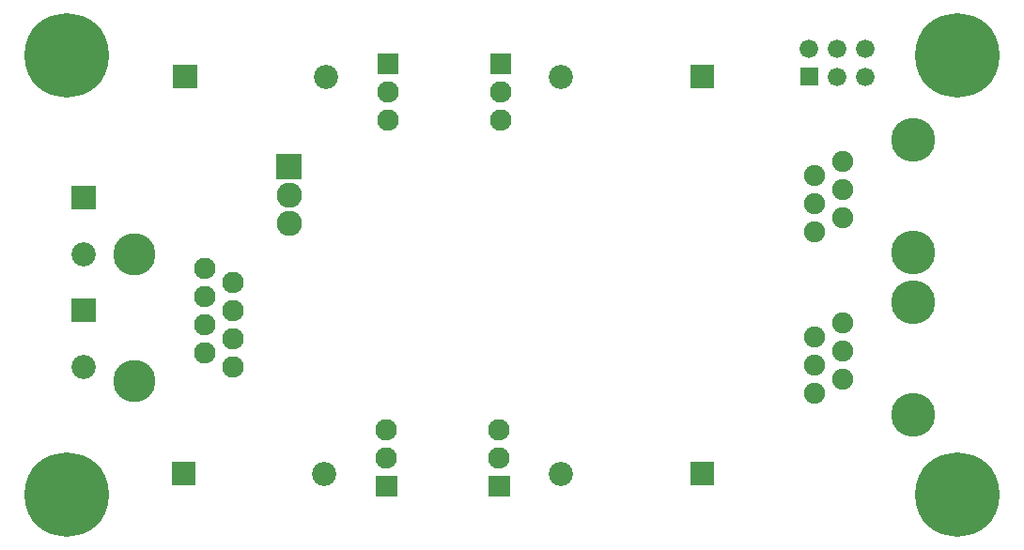
<source format=gbr>
G04 start of page 7 for group -4062 idx -4062 *
G04 Title: (unknown), soldermask *
G04 Creator: pcb 20140316 *
G04 CreationDate: Mon 20 Apr 2015 08:27:33 PM GMT UTC *
G04 For: ndholmes *
G04 Format: Gerber/RS-274X *
G04 PCB-Dimensions (mil): 3500.00 1900.00 *
G04 PCB-Coordinate-Origin: lower left *
%MOIN*%
%FSLAX25Y25*%
%LNBOTTOMMASK*%
%ADD99C,0.0900*%
%ADD98C,0.0660*%
%ADD97C,0.0760*%
%ADD96C,0.0750*%
%ADD95C,0.1560*%
%ADD94C,0.0001*%
%ADD93C,0.1500*%
%ADD92C,0.0860*%
%ADD91C,0.2997*%
G54D91*X17000Y17000D03*
G54D92*X23000Y62500D03*
G54D93*X41000Y57500D03*
G54D94*G36*
X54200Y28800D02*Y20200D01*
X62800D01*
Y28800D01*
X54200D01*
G37*
G54D95*X317500Y45500D03*
G54D91*X333000Y17000D03*
G54D96*X282500Y53000D03*
X292500Y58000D03*
X282500Y63000D03*
X292500Y68000D03*
X282500Y73000D03*
G54D94*G36*
X238200Y28800D02*Y20200D01*
X246800D01*
Y28800D01*
X238200D01*
G37*
G54D92*X192500Y24500D03*
G54D94*G36*
X166700Y23800D02*Y16200D01*
X174300D01*
Y23800D01*
X166700D01*
G37*
G54D97*X170500Y30000D03*
Y40000D03*
G54D95*X317500Y85500D03*
G54D91*X333000Y173000D03*
G54D95*X317500Y103000D03*
Y143000D03*
G54D96*X292500Y78000D03*
X282500Y110500D03*
X292500Y115500D03*
Y125500D03*
Y135500D03*
X282500Y120500D03*
Y130500D03*
G54D94*G36*
X277200Y168800D02*Y162200D01*
X283800D01*
Y168800D01*
X277200D01*
G37*
G54D98*X280500Y175500D03*
X290500Y165500D03*
X300500D03*
X290500Y175500D03*
X300500D03*
G54D94*G36*
X238200Y169800D02*Y161200D01*
X246800D01*
Y169800D01*
X238200D01*
G37*
G54D92*X192500Y165500D03*
G54D94*G36*
X167200Y173800D02*Y166200D01*
X174800D01*
Y173800D01*
X167200D01*
G37*
G54D97*X171000Y160000D03*
Y150000D03*
G54D94*G36*
X18700Y86800D02*Y78200D01*
X27300D01*
Y86800D01*
X18700D01*
G37*
G54D91*X17000Y173000D03*
G54D94*G36*
X18700Y126800D02*Y118200D01*
X27300D01*
Y126800D01*
X18700D01*
G37*
G54D92*X23000Y102500D03*
G54D93*X41000D03*
G54D99*X96000Y113500D03*
G54D92*X108500Y24500D03*
G54D99*X96000Y123500D03*
G54D94*G36*
X91500Y138000D02*Y129000D01*
X100500D01*
Y138000D01*
X91500D01*
G37*
G36*
X54700Y169800D02*Y161200D01*
X63300D01*
Y169800D01*
X54700D01*
G37*
G54D92*X109000Y165500D03*
G54D97*X66000Y97500D03*
X76000Y92500D03*
X66000Y87500D03*
X76000Y82500D03*
X66000Y77500D03*
X76000Y72500D03*
X66000Y67500D03*
X76000Y62500D03*
G54D94*G36*
X127200Y173800D02*Y166200D01*
X134800D01*
Y173800D01*
X127200D01*
G37*
G54D97*X131000Y160000D03*
Y150000D03*
G54D94*G36*
X126700Y23800D02*Y16200D01*
X134300D01*
Y23800D01*
X126700D01*
G37*
G54D97*X130500Y30000D03*
Y40000D03*
M02*

</source>
